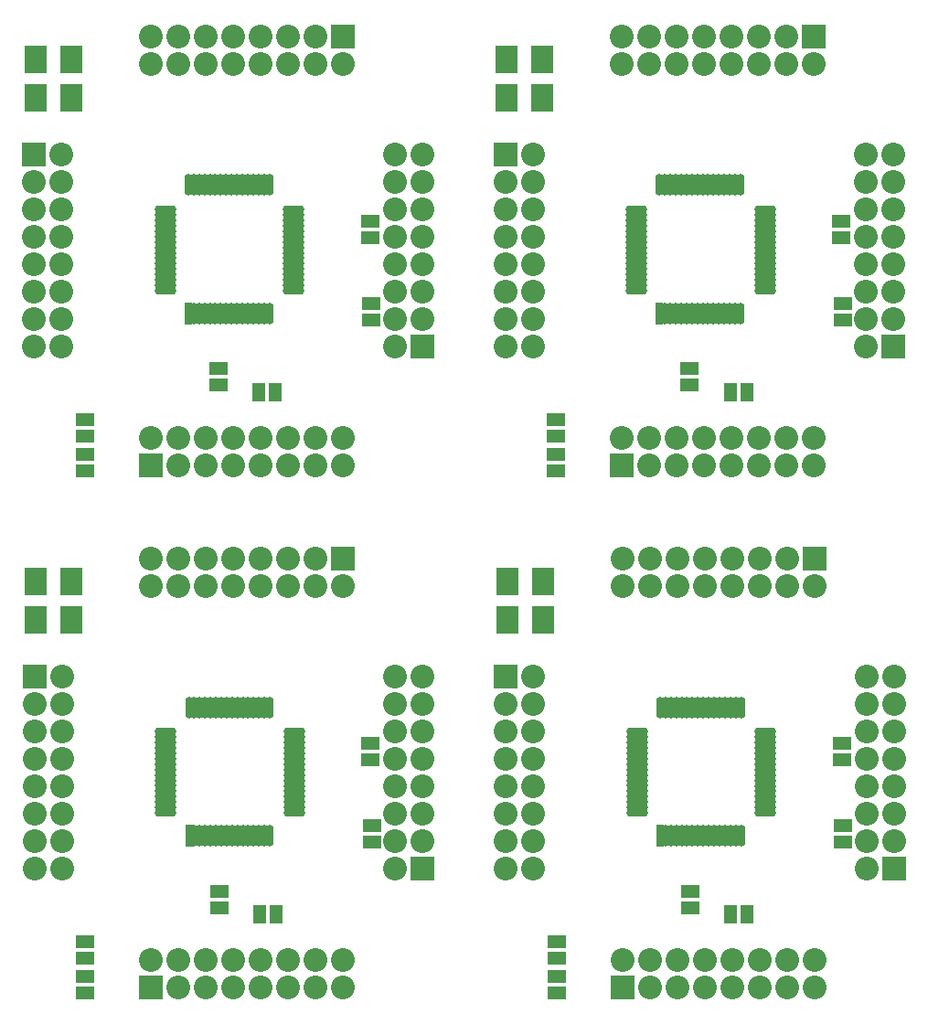
<source format=gts>
G04 #@! TF.FileFunction,Soldermask,Top*
%FSLAX46Y46*%
G04 Gerber Fmt 4.6, Leading zero omitted, Abs format (unit mm)*
G04 Created by KiCad (PCBNEW 4.0.5+dfsg1-4) date Mon Jul  9 23:17:01 2018*
%MOMM*%
%LPD*%
G01*
G04 APERTURE LIST*
%ADD10C,0.150000*%
%ADD11R,2.208000X2.208000*%
%ADD12O,2.208000X2.208000*%
%ADD13R,0.756920X2.032000*%
%ADD14O,0.756920X2.032000*%
%ADD15O,2.032000X0.756920*%
%ADD16R,2.032000X2.540000*%
%ADD17R,1.651000X1.143000*%
%ADD18R,1.143000X1.651000*%
G04 APERTURE END LIST*
D10*
D11*
X155905200Y-50165000D03*
D12*
X158445200Y-50165000D03*
X155905200Y-52705000D03*
X158445200Y-52705000D03*
X155905200Y-55245000D03*
X158445200Y-55245000D03*
X155905200Y-57785000D03*
X158445200Y-57785000D03*
X155905200Y-60325000D03*
X158445200Y-60325000D03*
X155905200Y-62865000D03*
X158445200Y-62865000D03*
X155905200Y-65405000D03*
X158445200Y-65405000D03*
X155905200Y-67945000D03*
X158445200Y-67945000D03*
D11*
X166700200Y-78994000D03*
D12*
X166700200Y-76454000D03*
X169240200Y-78994000D03*
X169240200Y-76454000D03*
X171780200Y-78994000D03*
X171780200Y-76454000D03*
X174320200Y-78994000D03*
X174320200Y-76454000D03*
X176860200Y-78994000D03*
X176860200Y-76454000D03*
X179400200Y-78994000D03*
X179400200Y-76454000D03*
X181940200Y-78994000D03*
X181940200Y-76454000D03*
X184480200Y-78994000D03*
X184480200Y-76454000D03*
D11*
X191846200Y-67945000D03*
D12*
X189306200Y-67945000D03*
X191846200Y-65405000D03*
X189306200Y-65405000D03*
X191846200Y-62865000D03*
X189306200Y-62865000D03*
X191846200Y-60325000D03*
X189306200Y-60325000D03*
X191846200Y-57785000D03*
X189306200Y-57785000D03*
X191846200Y-55245000D03*
X189306200Y-55245000D03*
X191846200Y-52705000D03*
X189306200Y-52705000D03*
X191846200Y-50165000D03*
X189306200Y-50165000D03*
D11*
X184480200Y-39243000D03*
D12*
X184480200Y-41783000D03*
X181940200Y-39243000D03*
X181940200Y-41783000D03*
X179400200Y-39243000D03*
X179400200Y-41783000D03*
X176860200Y-39243000D03*
X176860200Y-41783000D03*
X174320200Y-39243000D03*
X174320200Y-41783000D03*
X171780200Y-39243000D03*
X171780200Y-41783000D03*
X169240200Y-39243000D03*
X169240200Y-41783000D03*
X166700200Y-39243000D03*
X166700200Y-41783000D03*
D13*
X170190160Y-64924940D03*
D14*
X170690540Y-64924940D03*
X171190920Y-64924940D03*
X171691300Y-64924940D03*
X172191680Y-64924940D03*
X172689520Y-64924940D03*
X173189900Y-64924940D03*
X173690280Y-64924940D03*
X174190660Y-64924940D03*
X174691040Y-64924940D03*
X175191420Y-64924940D03*
X175689260Y-64924940D03*
X176189640Y-64924940D03*
X176690020Y-64924940D03*
X177190400Y-64924940D03*
X177690780Y-64924940D03*
D15*
X179971700Y-62804040D03*
X179971700Y-62303660D03*
X179971700Y-61803280D03*
X179971700Y-61302900D03*
X179971700Y-60802520D03*
X179971700Y-60304680D03*
X179971700Y-59804300D03*
X179971700Y-59303920D03*
X179971700Y-58803540D03*
X179971700Y-58303160D03*
X179971700Y-57802780D03*
X179971700Y-57304940D03*
X179971700Y-56804560D03*
X179971700Y-56304180D03*
X179971700Y-55803800D03*
X179971700Y-55303420D03*
D14*
X177690780Y-53022500D03*
X177190400Y-53022500D03*
X176690020Y-53022500D03*
X176189640Y-53022500D03*
X175689260Y-53022500D03*
X175191420Y-53022500D03*
X174691040Y-53022500D03*
X174190660Y-53022500D03*
X173690280Y-53022500D03*
X173189900Y-53022500D03*
X172689520Y-53022500D03*
X172191680Y-53022500D03*
X171691300Y-53022500D03*
X171190920Y-53022500D03*
X170690540Y-53022500D03*
X170190160Y-53022500D03*
D15*
X168069260Y-55303420D03*
X168069260Y-55803800D03*
X168069260Y-56804560D03*
X168051480Y-56304180D03*
X168069260Y-57304940D03*
X168069260Y-57802780D03*
X168069260Y-58303160D03*
X168069260Y-58803540D03*
X168069260Y-59303920D03*
X168069260Y-59804300D03*
X168069260Y-60297060D03*
X168069260Y-60797440D03*
X168069260Y-61297820D03*
X168069260Y-61798200D03*
X168069260Y-62296040D03*
X168069260Y-62796420D03*
D16*
X159334200Y-41402000D03*
X156032200Y-41402000D03*
X156032200Y-44958000D03*
X159334200Y-44958000D03*
D17*
X160604200Y-76263500D03*
X160604200Y-74739500D03*
X172986700Y-70040500D03*
X172986700Y-71564500D03*
D18*
X178257200Y-72199500D03*
X176733200Y-72199500D03*
D17*
X187020200Y-56388000D03*
X187020200Y-57912000D03*
X160604200Y-79502000D03*
X160604200Y-77978000D03*
X187147200Y-65532000D03*
X187147200Y-64008000D03*
X187198000Y-113893600D03*
X187198000Y-112369600D03*
X160655000Y-127863600D03*
X160655000Y-126339600D03*
X187071000Y-104749600D03*
X187071000Y-106273600D03*
D18*
X178308000Y-120561100D03*
X176784000Y-120561100D03*
D17*
X173037500Y-118402100D03*
X173037500Y-119926100D03*
X160655000Y-124625100D03*
X160655000Y-123101100D03*
D16*
X156083000Y-93319600D03*
X159385000Y-93319600D03*
X159385000Y-89763600D03*
X156083000Y-89763600D03*
D13*
X170240960Y-113286540D03*
D14*
X170741340Y-113286540D03*
X171241720Y-113286540D03*
X171742100Y-113286540D03*
X172242480Y-113286540D03*
X172740320Y-113286540D03*
X173240700Y-113286540D03*
X173741080Y-113286540D03*
X174241460Y-113286540D03*
X174741840Y-113286540D03*
X175242220Y-113286540D03*
X175740060Y-113286540D03*
X176240440Y-113286540D03*
X176740820Y-113286540D03*
X177241200Y-113286540D03*
X177741580Y-113286540D03*
D15*
X180022500Y-111165640D03*
X180022500Y-110665260D03*
X180022500Y-110164880D03*
X180022500Y-109664500D03*
X180022500Y-109164120D03*
X180022500Y-108666280D03*
X180022500Y-108165900D03*
X180022500Y-107665520D03*
X180022500Y-107165140D03*
X180022500Y-106664760D03*
X180022500Y-106164380D03*
X180022500Y-105666540D03*
X180022500Y-105166160D03*
X180022500Y-104665780D03*
X180022500Y-104165400D03*
X180022500Y-103665020D03*
D14*
X177741580Y-101384100D03*
X177241200Y-101384100D03*
X176740820Y-101384100D03*
X176240440Y-101384100D03*
X175740060Y-101384100D03*
X175242220Y-101384100D03*
X174741840Y-101384100D03*
X174241460Y-101384100D03*
X173741080Y-101384100D03*
X173240700Y-101384100D03*
X172740320Y-101384100D03*
X172242480Y-101384100D03*
X171742100Y-101384100D03*
X171241720Y-101384100D03*
X170741340Y-101384100D03*
X170240960Y-101384100D03*
D15*
X168120060Y-103665020D03*
X168120060Y-104165400D03*
X168120060Y-105166160D03*
X168102280Y-104665780D03*
X168120060Y-105666540D03*
X168120060Y-106164380D03*
X168120060Y-106664760D03*
X168120060Y-107165140D03*
X168120060Y-107665520D03*
X168120060Y-108165900D03*
X168120060Y-108658660D03*
X168120060Y-109159040D03*
X168120060Y-109659420D03*
X168120060Y-110159800D03*
X168120060Y-110657640D03*
X168120060Y-111158020D03*
D11*
X184531000Y-87604600D03*
D12*
X184531000Y-90144600D03*
X181991000Y-87604600D03*
X181991000Y-90144600D03*
X179451000Y-87604600D03*
X179451000Y-90144600D03*
X176911000Y-87604600D03*
X176911000Y-90144600D03*
X174371000Y-87604600D03*
X174371000Y-90144600D03*
X171831000Y-87604600D03*
X171831000Y-90144600D03*
X169291000Y-87604600D03*
X169291000Y-90144600D03*
X166751000Y-87604600D03*
X166751000Y-90144600D03*
D11*
X191897000Y-116306600D03*
D12*
X189357000Y-116306600D03*
X191897000Y-113766600D03*
X189357000Y-113766600D03*
X191897000Y-111226600D03*
X189357000Y-111226600D03*
X191897000Y-108686600D03*
X189357000Y-108686600D03*
X191897000Y-106146600D03*
X189357000Y-106146600D03*
X191897000Y-103606600D03*
X189357000Y-103606600D03*
X191897000Y-101066600D03*
X189357000Y-101066600D03*
X191897000Y-98526600D03*
X189357000Y-98526600D03*
D11*
X166751000Y-127355600D03*
D12*
X166751000Y-124815600D03*
X169291000Y-127355600D03*
X169291000Y-124815600D03*
X171831000Y-127355600D03*
X171831000Y-124815600D03*
X174371000Y-127355600D03*
X174371000Y-124815600D03*
X176911000Y-127355600D03*
X176911000Y-124815600D03*
X179451000Y-127355600D03*
X179451000Y-124815600D03*
X181991000Y-127355600D03*
X181991000Y-124815600D03*
X184531000Y-127355600D03*
X184531000Y-124815600D03*
D11*
X155956000Y-98526600D03*
D12*
X158496000Y-98526600D03*
X155956000Y-101066600D03*
X158496000Y-101066600D03*
X155956000Y-103606600D03*
X158496000Y-103606600D03*
X155956000Y-106146600D03*
X158496000Y-106146600D03*
X155956000Y-108686600D03*
X158496000Y-108686600D03*
X155956000Y-111226600D03*
X158496000Y-111226600D03*
X155956000Y-113766600D03*
X158496000Y-113766600D03*
X155956000Y-116306600D03*
X158496000Y-116306600D03*
D11*
X112318800Y-98526600D03*
D12*
X114858800Y-98526600D03*
X112318800Y-101066600D03*
X114858800Y-101066600D03*
X112318800Y-103606600D03*
X114858800Y-103606600D03*
X112318800Y-106146600D03*
X114858800Y-106146600D03*
X112318800Y-108686600D03*
X114858800Y-108686600D03*
X112318800Y-111226600D03*
X114858800Y-111226600D03*
X112318800Y-113766600D03*
X114858800Y-113766600D03*
X112318800Y-116306600D03*
X114858800Y-116306600D03*
D11*
X123113800Y-127355600D03*
D12*
X123113800Y-124815600D03*
X125653800Y-127355600D03*
X125653800Y-124815600D03*
X128193800Y-127355600D03*
X128193800Y-124815600D03*
X130733800Y-127355600D03*
X130733800Y-124815600D03*
X133273800Y-127355600D03*
X133273800Y-124815600D03*
X135813800Y-127355600D03*
X135813800Y-124815600D03*
X138353800Y-127355600D03*
X138353800Y-124815600D03*
X140893800Y-127355600D03*
X140893800Y-124815600D03*
D11*
X148259800Y-116306600D03*
D12*
X145719800Y-116306600D03*
X148259800Y-113766600D03*
X145719800Y-113766600D03*
X148259800Y-111226600D03*
X145719800Y-111226600D03*
X148259800Y-108686600D03*
X145719800Y-108686600D03*
X148259800Y-106146600D03*
X145719800Y-106146600D03*
X148259800Y-103606600D03*
X145719800Y-103606600D03*
X148259800Y-101066600D03*
X145719800Y-101066600D03*
X148259800Y-98526600D03*
X145719800Y-98526600D03*
D11*
X140893800Y-87604600D03*
D12*
X140893800Y-90144600D03*
X138353800Y-87604600D03*
X138353800Y-90144600D03*
X135813800Y-87604600D03*
X135813800Y-90144600D03*
X133273800Y-87604600D03*
X133273800Y-90144600D03*
X130733800Y-87604600D03*
X130733800Y-90144600D03*
X128193800Y-87604600D03*
X128193800Y-90144600D03*
X125653800Y-87604600D03*
X125653800Y-90144600D03*
X123113800Y-87604600D03*
X123113800Y-90144600D03*
D13*
X126603760Y-113286540D03*
D14*
X127104140Y-113286540D03*
X127604520Y-113286540D03*
X128104900Y-113286540D03*
X128605280Y-113286540D03*
X129103120Y-113286540D03*
X129603500Y-113286540D03*
X130103880Y-113286540D03*
X130604260Y-113286540D03*
X131104640Y-113286540D03*
X131605020Y-113286540D03*
X132102860Y-113286540D03*
X132603240Y-113286540D03*
X133103620Y-113286540D03*
X133604000Y-113286540D03*
X134104380Y-113286540D03*
D15*
X136385300Y-111165640D03*
X136385300Y-110665260D03*
X136385300Y-110164880D03*
X136385300Y-109664500D03*
X136385300Y-109164120D03*
X136385300Y-108666280D03*
X136385300Y-108165900D03*
X136385300Y-107665520D03*
X136385300Y-107165140D03*
X136385300Y-106664760D03*
X136385300Y-106164380D03*
X136385300Y-105666540D03*
X136385300Y-105166160D03*
X136385300Y-104665780D03*
X136385300Y-104165400D03*
X136385300Y-103665020D03*
D14*
X134104380Y-101384100D03*
X133604000Y-101384100D03*
X133103620Y-101384100D03*
X132603240Y-101384100D03*
X132102860Y-101384100D03*
X131605020Y-101384100D03*
X131104640Y-101384100D03*
X130604260Y-101384100D03*
X130103880Y-101384100D03*
X129603500Y-101384100D03*
X129103120Y-101384100D03*
X128605280Y-101384100D03*
X128104900Y-101384100D03*
X127604520Y-101384100D03*
X127104140Y-101384100D03*
X126603760Y-101384100D03*
D15*
X124482860Y-103665020D03*
X124482860Y-104165400D03*
X124482860Y-105166160D03*
X124465080Y-104665780D03*
X124482860Y-105666540D03*
X124482860Y-106164380D03*
X124482860Y-106664760D03*
X124482860Y-107165140D03*
X124482860Y-107665520D03*
X124482860Y-108165900D03*
X124482860Y-108658660D03*
X124482860Y-109159040D03*
X124482860Y-109659420D03*
X124482860Y-110159800D03*
X124482860Y-110657640D03*
X124482860Y-111158020D03*
D16*
X115747800Y-89763600D03*
X112445800Y-89763600D03*
X112445800Y-93319600D03*
X115747800Y-93319600D03*
D17*
X117017800Y-124625100D03*
X117017800Y-123101100D03*
X129400300Y-118402100D03*
X129400300Y-119926100D03*
D18*
X134670800Y-120561100D03*
X133146800Y-120561100D03*
D17*
X143433800Y-104749600D03*
X143433800Y-106273600D03*
X117017800Y-127863600D03*
X117017800Y-126339600D03*
X143560800Y-113893600D03*
X143560800Y-112369600D03*
X143510000Y-65532000D03*
X143510000Y-64008000D03*
X116967000Y-79502000D03*
X116967000Y-77978000D03*
X143383000Y-56388000D03*
X143383000Y-57912000D03*
D18*
X134620000Y-72199500D03*
X133096000Y-72199500D03*
D17*
X129349500Y-70040500D03*
X129349500Y-71564500D03*
X116967000Y-76263500D03*
X116967000Y-74739500D03*
D16*
X112395000Y-44958000D03*
X115697000Y-44958000D03*
X115697000Y-41402000D03*
X112395000Y-41402000D03*
D13*
X126552960Y-64924940D03*
D14*
X127053340Y-64924940D03*
X127553720Y-64924940D03*
X128054100Y-64924940D03*
X128554480Y-64924940D03*
X129052320Y-64924940D03*
X129552700Y-64924940D03*
X130053080Y-64924940D03*
X130553460Y-64924940D03*
X131053840Y-64924940D03*
X131554220Y-64924940D03*
X132052060Y-64924940D03*
X132552440Y-64924940D03*
X133052820Y-64924940D03*
X133553200Y-64924940D03*
X134053580Y-64924940D03*
D15*
X136334500Y-62804040D03*
X136334500Y-62303660D03*
X136334500Y-61803280D03*
X136334500Y-61302900D03*
X136334500Y-60802520D03*
X136334500Y-60304680D03*
X136334500Y-59804300D03*
X136334500Y-59303920D03*
X136334500Y-58803540D03*
X136334500Y-58303160D03*
X136334500Y-57802780D03*
X136334500Y-57304940D03*
X136334500Y-56804560D03*
X136334500Y-56304180D03*
X136334500Y-55803800D03*
X136334500Y-55303420D03*
D14*
X134053580Y-53022500D03*
X133553200Y-53022500D03*
X133052820Y-53022500D03*
X132552440Y-53022500D03*
X132052060Y-53022500D03*
X131554220Y-53022500D03*
X131053840Y-53022500D03*
X130553460Y-53022500D03*
X130053080Y-53022500D03*
X129552700Y-53022500D03*
X129052320Y-53022500D03*
X128554480Y-53022500D03*
X128054100Y-53022500D03*
X127553720Y-53022500D03*
X127053340Y-53022500D03*
X126552960Y-53022500D03*
D15*
X124432060Y-55303420D03*
X124432060Y-55803800D03*
X124432060Y-56804560D03*
X124414280Y-56304180D03*
X124432060Y-57304940D03*
X124432060Y-57802780D03*
X124432060Y-58303160D03*
X124432060Y-58803540D03*
X124432060Y-59303920D03*
X124432060Y-59804300D03*
X124432060Y-60297060D03*
X124432060Y-60797440D03*
X124432060Y-61297820D03*
X124432060Y-61798200D03*
X124432060Y-62296040D03*
X124432060Y-62796420D03*
D11*
X140843000Y-39243000D03*
D12*
X140843000Y-41783000D03*
X138303000Y-39243000D03*
X138303000Y-41783000D03*
X135763000Y-39243000D03*
X135763000Y-41783000D03*
X133223000Y-39243000D03*
X133223000Y-41783000D03*
X130683000Y-39243000D03*
X130683000Y-41783000D03*
X128143000Y-39243000D03*
X128143000Y-41783000D03*
X125603000Y-39243000D03*
X125603000Y-41783000D03*
X123063000Y-39243000D03*
X123063000Y-41783000D03*
D11*
X148209000Y-67945000D03*
D12*
X145669000Y-67945000D03*
X148209000Y-65405000D03*
X145669000Y-65405000D03*
X148209000Y-62865000D03*
X145669000Y-62865000D03*
X148209000Y-60325000D03*
X145669000Y-60325000D03*
X148209000Y-57785000D03*
X145669000Y-57785000D03*
X148209000Y-55245000D03*
X145669000Y-55245000D03*
X148209000Y-52705000D03*
X145669000Y-52705000D03*
X148209000Y-50165000D03*
X145669000Y-50165000D03*
D11*
X123063000Y-78994000D03*
D12*
X123063000Y-76454000D03*
X125603000Y-78994000D03*
X125603000Y-76454000D03*
X128143000Y-78994000D03*
X128143000Y-76454000D03*
X130683000Y-78994000D03*
X130683000Y-76454000D03*
X133223000Y-78994000D03*
X133223000Y-76454000D03*
X135763000Y-78994000D03*
X135763000Y-76454000D03*
X138303000Y-78994000D03*
X138303000Y-76454000D03*
X140843000Y-78994000D03*
X140843000Y-76454000D03*
D11*
X112268000Y-50165000D03*
D12*
X114808000Y-50165000D03*
X112268000Y-52705000D03*
X114808000Y-52705000D03*
X112268000Y-55245000D03*
X114808000Y-55245000D03*
X112268000Y-57785000D03*
X114808000Y-57785000D03*
X112268000Y-60325000D03*
X114808000Y-60325000D03*
X112268000Y-62865000D03*
X114808000Y-62865000D03*
X112268000Y-65405000D03*
X114808000Y-65405000D03*
X112268000Y-67945000D03*
X114808000Y-67945000D03*
M02*

</source>
